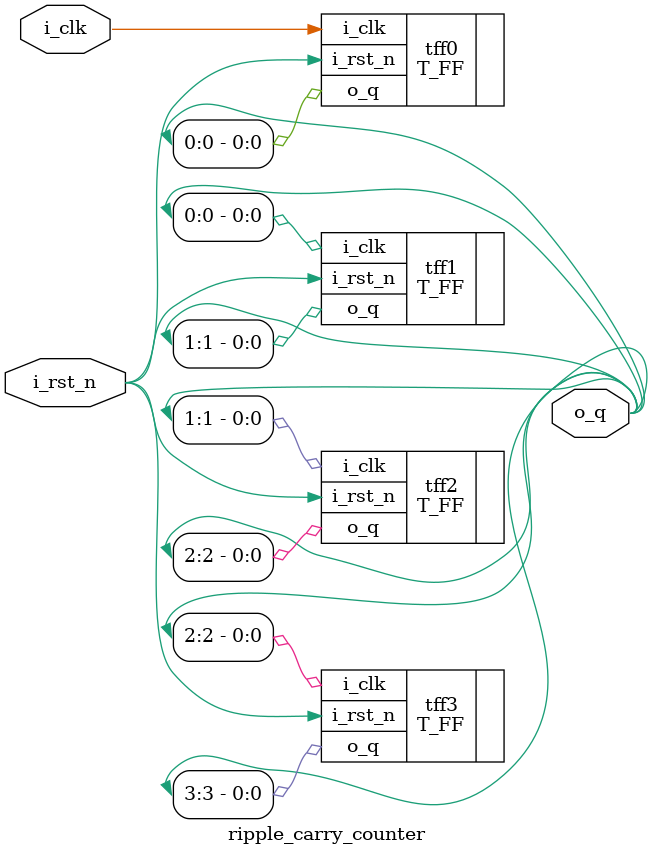
<source format=v>
module ripple_carry_counter(
	input i_clk,
	input i_rst_n,
	output [3:0] o_q
);

T_FF	tff0 (
	.i_clk( i_clk ),
	.i_rst_n( i_rst_n ),
	.o_q( o_q[0] )
);

T_FF	tff1(
	.i_clk(o_q[0]),
	.i_rst_n(i_rst_n),
	.o_q(o_q[1])
);

T_FF	tff2(
	.i_clk(o_q[1]),
	.i_rst_n(i_rst_n),
	.o_q(o_q[2])
);

T_FF	tff3(
	.i_clk(o_q[2]),
	.i_rst_n(i_rst_n),
	.o_q(o_q[3])
);

endmodule

</source>
